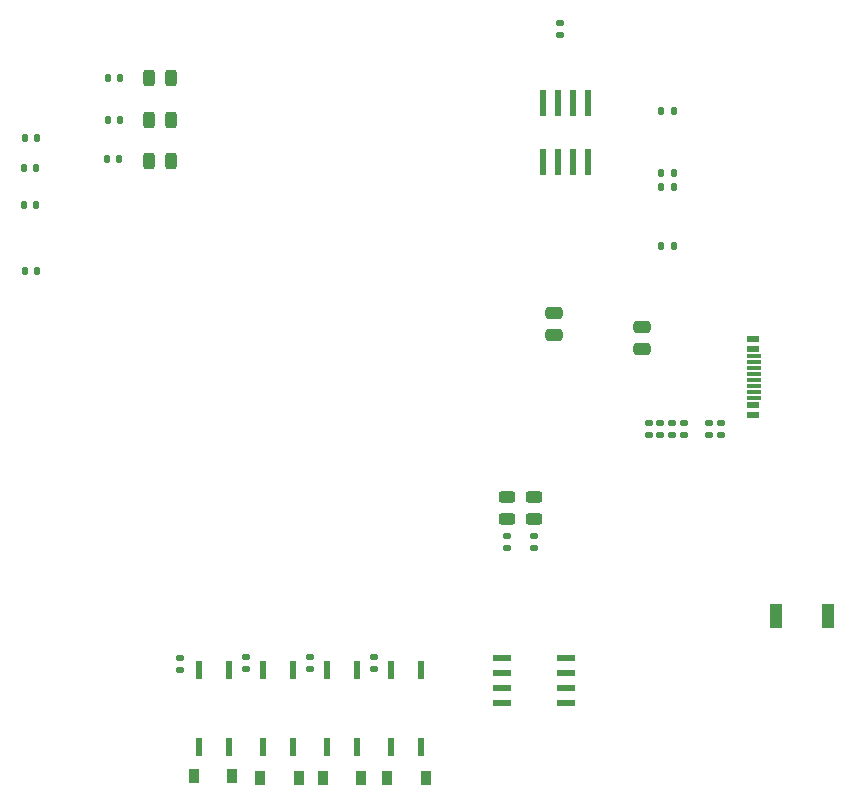
<source format=gbr>
%TF.GenerationSoftware,KiCad,Pcbnew,8.0.8*%
%TF.CreationDate,2025-09-27T22:11:16+09:00*%
%TF.ProjectId,esp_bluepill_board,6573705f-626c-4756-9570-696c6c5f626f,rev?*%
%TF.SameCoordinates,Original*%
%TF.FileFunction,Paste,Top*%
%TF.FilePolarity,Positive*%
%FSLAX46Y46*%
G04 Gerber Fmt 4.6, Leading zero omitted, Abs format (unit mm)*
G04 Created by KiCad (PCBNEW 8.0.8) date 2025-09-27 22:11:16*
%MOMM*%
%LPD*%
G01*
G04 APERTURE LIST*
G04 Aperture macros list*
%AMRoundRect*
0 Rectangle with rounded corners*
0 $1 Rounding radius*
0 $2 $3 $4 $5 $6 $7 $8 $9 X,Y pos of 4 corners*
0 Add a 4 corners polygon primitive as box body*
4,1,4,$2,$3,$4,$5,$6,$7,$8,$9,$2,$3,0*
0 Add four circle primitives for the rounded corners*
1,1,$1+$1,$2,$3*
1,1,$1+$1,$4,$5*
1,1,$1+$1,$6,$7*
1,1,$1+$1,$8,$9*
0 Add four rect primitives between the rounded corners*
20,1,$1+$1,$2,$3,$4,$5,0*
20,1,$1+$1,$4,$5,$6,$7,0*
20,1,$1+$1,$6,$7,$8,$9,0*
20,1,$1+$1,$8,$9,$2,$3,0*%
G04 Aperture macros list end*
%ADD10R,1.045000X0.600000*%
%ADD11R,1.240000X0.300000*%
%ADD12RoundRect,0.243750X-0.243750X-0.456250X0.243750X-0.456250X0.243750X0.456250X-0.243750X0.456250X0*%
%ADD13R,0.914400X1.219200*%
%ADD14RoundRect,0.135000X-0.135000X-0.185000X0.135000X-0.185000X0.135000X0.185000X-0.135000X0.185000X0*%
%ADD15RoundRect,0.135000X0.185000X-0.135000X0.185000X0.135000X-0.185000X0.135000X-0.185000X-0.135000X0*%
%ADD16RoundRect,0.135000X-0.185000X0.135000X-0.185000X-0.135000X0.185000X-0.135000X0.185000X0.135000X0*%
%ADD17RoundRect,0.243750X0.456250X-0.243750X0.456250X0.243750X-0.456250X0.243750X-0.456250X-0.243750X0*%
%ADD18R,0.570000X1.610000*%
%ADD19RoundRect,0.135000X0.135000X0.185000X-0.135000X0.185000X-0.135000X-0.185000X0.135000X-0.185000X0*%
%ADD20R,0.558800X2.286000*%
%ADD21R,1.550000X0.600000*%
%ADD22R,1.050000X2.000000*%
%ADD23RoundRect,0.250000X-0.475000X0.250000X-0.475000X-0.250000X0.475000X-0.250000X0.475000X0.250000X0*%
G04 APERTURE END LIST*
D10*
%TO.C,J19*%
X96602500Y-55000000D03*
X96602500Y-54200000D03*
D11*
X96700000Y-53050000D03*
X96700000Y-52050000D03*
X96700000Y-51550000D03*
X96700000Y-50550000D03*
D10*
X96602500Y-49400000D03*
X96602500Y-48600000D03*
D11*
X96700000Y-50050000D03*
X96700000Y-51050000D03*
X96700000Y-52550000D03*
X96700000Y-53550000D03*
%TD*%
D12*
%TO.C,D3*%
X45522500Y-30000000D03*
X47397500Y-30000000D03*
%TD*%
D13*
%TO.C,D6*%
X65691700Y-85717500D03*
X68968300Y-85717500D03*
%TD*%
D14*
%TO.C,R10*%
X42050000Y-26500000D03*
X43070000Y-26500000D03*
%TD*%
%TO.C,R11*%
X42050000Y-30000000D03*
X43070000Y-30000000D03*
%TD*%
%TO.C,R16*%
X35000000Y-31600000D03*
X36020000Y-31600000D03*
%TD*%
D15*
%TO.C,R12*%
X80300000Y-22810000D03*
X80300000Y-21790000D03*
%TD*%
D16*
%TO.C,R4*%
X87800000Y-55690000D03*
X87800000Y-56710000D03*
%TD*%
D15*
%TO.C,R5*%
X93900000Y-56710000D03*
X93900000Y-55690000D03*
%TD*%
D17*
%TO.C,D4*%
X75800000Y-63837500D03*
X75800000Y-61962500D03*
%TD*%
D18*
%TO.C,U6*%
X63100000Y-76600000D03*
X60560000Y-76600000D03*
X60560000Y-83100000D03*
X63100000Y-83100000D03*
%TD*%
D15*
%TO.C,R7*%
X78100000Y-66310000D03*
X78100000Y-65290000D03*
%TD*%
D19*
%TO.C,R15*%
X89910000Y-40700000D03*
X88890000Y-40700000D03*
%TD*%
D14*
%TO.C,R21*%
X88890000Y-35700000D03*
X89910000Y-35700000D03*
%TD*%
%TO.C,R23*%
X88890000Y-34500000D03*
X89910000Y-34500000D03*
%TD*%
D13*
%TO.C,D9*%
X49291700Y-85617500D03*
X52568300Y-85617500D03*
%TD*%
D16*
%TO.C,R18*%
X59130000Y-75507500D03*
X59130000Y-76527500D03*
%TD*%
D20*
%TO.C,U4*%
X78895000Y-33614600D03*
X80165000Y-33614600D03*
X81435000Y-33614600D03*
X82705000Y-33614600D03*
X82705000Y-28585400D03*
X81435000Y-28585400D03*
X80165000Y-28585400D03*
X78895000Y-28585400D03*
%TD*%
D12*
%TO.C,D2*%
X45522500Y-26500000D03*
X47397500Y-26500000D03*
%TD*%
D16*
%TO.C,R2*%
X89800000Y-55690000D03*
X89800000Y-56710000D03*
%TD*%
D21*
%TO.C,U2*%
X75400000Y-75590000D03*
X75400000Y-76860000D03*
X75400000Y-78130000D03*
X75400000Y-79400000D03*
X80800000Y-75590000D03*
X80800000Y-76860000D03*
X80800000Y-78130000D03*
X80800000Y-79400000D03*
%TD*%
D18*
%TO.C,U5*%
X68500000Y-76600000D03*
X65960000Y-76600000D03*
X65960000Y-83100000D03*
X68500000Y-83100000D03*
%TD*%
D19*
%TO.C,R22*%
X35910000Y-34100000D03*
X34890000Y-34100000D03*
%TD*%
D18*
%TO.C,U8*%
X57700000Y-76600000D03*
X55160000Y-76600000D03*
X55160000Y-83100000D03*
X57700000Y-83100000D03*
%TD*%
D19*
%TO.C,R24*%
X35900000Y-37200000D03*
X34880000Y-37200000D03*
%TD*%
D22*
%TO.C,SW1*%
X98575000Y-72000000D03*
X103025000Y-72000000D03*
%TD*%
D14*
%TO.C,R14*%
X34990000Y-42800000D03*
X36010000Y-42800000D03*
%TD*%
D23*
%TO.C,C2*%
X79800000Y-46350000D03*
X79800000Y-48250000D03*
%TD*%
D17*
%TO.C,D5*%
X78100000Y-63837500D03*
X78100000Y-61962500D03*
%TD*%
D15*
%TO.C,R6*%
X92900000Y-56710000D03*
X92900000Y-55690000D03*
%TD*%
D16*
%TO.C,R17*%
X64530000Y-75507500D03*
X64530000Y-76527500D03*
%TD*%
D19*
%TO.C,R13*%
X89910000Y-29300000D03*
X88890000Y-29300000D03*
%TD*%
D16*
%TO.C,R3*%
X88800000Y-55690000D03*
X88800000Y-56710000D03*
%TD*%
D13*
%TO.C,D8*%
X54891700Y-85717500D03*
X58168300Y-85717500D03*
%TD*%
D16*
%TO.C,R20*%
X48130000Y-75607500D03*
X48130000Y-76627500D03*
%TD*%
D23*
%TO.C,C1*%
X87200000Y-47550000D03*
X87200000Y-49450000D03*
%TD*%
D16*
%TO.C,R1*%
X90800000Y-55690000D03*
X90800000Y-56710000D03*
%TD*%
D12*
%TO.C,D1*%
X45522500Y-33500000D03*
X47397500Y-33500000D03*
%TD*%
D14*
%TO.C,R9*%
X41950000Y-33300000D03*
X42970000Y-33300000D03*
%TD*%
D18*
%TO.C,U9*%
X52300000Y-76600000D03*
X49760000Y-76600000D03*
X49760000Y-83100000D03*
X52300000Y-83100000D03*
%TD*%
D15*
%TO.C,R8*%
X75800000Y-66310000D03*
X75800000Y-65290000D03*
%TD*%
D13*
%TO.C,D7*%
X60191700Y-85717500D03*
X63468300Y-85717500D03*
%TD*%
D16*
%TO.C,R19*%
X53730000Y-75507500D03*
X53730000Y-76527500D03*
%TD*%
M02*

</source>
